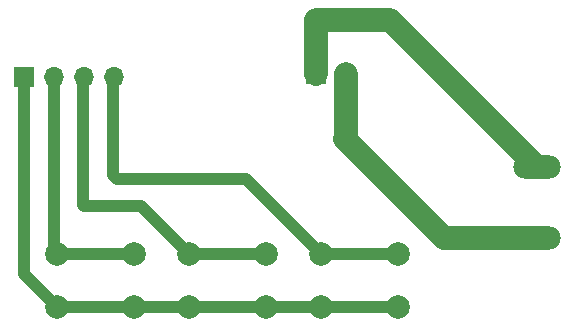
<source format=gbr>
G04 #@! TF.GenerationSoftware,KiCad,Pcbnew,(6.0.4)*
G04 #@! TF.CreationDate,2022-07-19T17:44:27+09:00*
G04 #@! TF.ProjectId,io_board,696f5f62-6f61-4726-942e-6b696361645f,rev?*
G04 #@! TF.SameCoordinates,Original*
G04 #@! TF.FileFunction,Copper,L2,Bot*
G04 #@! TF.FilePolarity,Positive*
%FSLAX46Y46*%
G04 Gerber Fmt 4.6, Leading zero omitted, Abs format (unit mm)*
G04 Created by KiCad (PCBNEW (6.0.4)) date 2022-07-19 17:44:27*
%MOMM*%
%LPD*%
G01*
G04 APERTURE LIST*
G04 #@! TA.AperFunction,ComponentPad*
%ADD10R,1.700000X1.700000*%
G04 #@! TD*
G04 #@! TA.AperFunction,ComponentPad*
%ADD11O,1.700000X1.700000*%
G04 #@! TD*
G04 #@! TA.AperFunction,ComponentPad*
%ADD12C,2.000000*%
G04 #@! TD*
G04 #@! TA.AperFunction,ComponentPad*
%ADD13O,4.000000X2.000000*%
G04 #@! TD*
G04 #@! TA.AperFunction,Conductor*
%ADD14C,2.000000*%
G04 #@! TD*
G04 #@! TA.AperFunction,Conductor*
%ADD15C,1.000000*%
G04 #@! TD*
G04 APERTURE END LIST*
D10*
X156306000Y-56134000D03*
D11*
X158846000Y-56134000D03*
D10*
X131572000Y-56388000D03*
D11*
X134112000Y-56388000D03*
X136652000Y-56388000D03*
X139192000Y-56388000D03*
D12*
X156770000Y-71427000D03*
X163270000Y-71427000D03*
X156770000Y-75927000D03*
X163270000Y-75927000D03*
X145594000Y-71427000D03*
X152094000Y-71427000D03*
X145594000Y-75927000D03*
X152094000Y-75927000D03*
X134418000Y-71427000D03*
X140918000Y-71427000D03*
X134418000Y-75927000D03*
X140918000Y-75927000D03*
D13*
X175006000Y-70009500D03*
X175006000Y-64009500D03*
D14*
X158846000Y-61642000D02*
X158846000Y-56134000D01*
X158806000Y-61682000D02*
X158846000Y-61642000D01*
X156306000Y-51562000D02*
X156306000Y-56134000D01*
D15*
X139463000Y-65041000D02*
X139132000Y-64710000D01*
X150384000Y-65041000D02*
X139463000Y-65041000D01*
X139132000Y-64710000D02*
X139132000Y-56134000D01*
X156770000Y-71427000D02*
X150384000Y-65041000D01*
X136652000Y-67310000D02*
X141477000Y-67310000D01*
X136632000Y-67290000D02*
X136652000Y-67310000D01*
X136632000Y-56134000D02*
X136632000Y-67290000D01*
X141477000Y-67310000D02*
X145594000Y-71427000D01*
D14*
X162558500Y-51562000D02*
X175006000Y-64009500D01*
X156306000Y-51562000D02*
X162558500Y-51562000D01*
X167133500Y-70009500D02*
X175006000Y-70009500D01*
X158806000Y-61682000D02*
X167133500Y-70009500D01*
D15*
X134132000Y-71141000D02*
X134418000Y-71427000D01*
X134132000Y-56134000D02*
X134132000Y-71141000D01*
X134418000Y-71427000D02*
X140918000Y-71427000D01*
X152094000Y-71427000D02*
X145594000Y-71427000D01*
X163270000Y-71427000D02*
X156770000Y-71427000D01*
X156770000Y-75927000D02*
X163270000Y-75927000D01*
X152094000Y-75927000D02*
X156770000Y-75927000D01*
X145594000Y-75927000D02*
X152094000Y-75927000D01*
X140918000Y-75927000D02*
X145594000Y-75927000D01*
X134418000Y-75927000D02*
X140918000Y-75927000D01*
X131632000Y-73141000D02*
X134418000Y-75927000D01*
X131632000Y-56134000D02*
X131632000Y-73141000D01*
M02*

</source>
